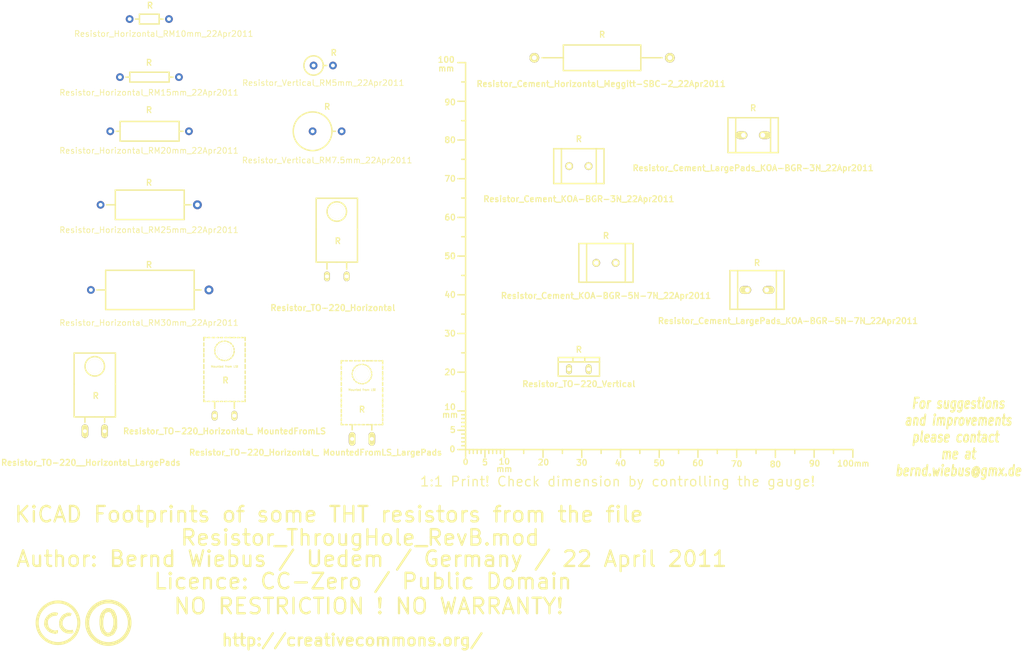
<source format=kicad_pcb>
(kicad_pcb (version 3) (host pcbnew "(2013-03-30 BZR 4007)-stable")

  (general
    (links 0)
    (no_connects 0)
    (area -10.40696 25.33142 276.60494 195.1694)
    (thickness 1.6002)
    (drawings 7)
    (tracks 0)
    (zones 0)
    (modules 20)
    (nets 1)
  )

  (page A4)
  (layers
    (15 Vorderseite signal)
    (0 Rückseite signal)
    (16 B.Adhes user)
    (17 F.Adhes user)
    (18 B.Paste user)
    (19 F.Paste user)
    (20 B.SilkS user)
    (21 F.SilkS user)
    (22 B.Mask user)
    (23 F.Mask user)
    (24 Dwgs.User user)
    (25 Cmts.User user)
    (26 Eco1.User user)
    (27 Eco2.User user)
    (28 Edge.Cuts user)
  )

  (setup
    (last_trace_width 0.2032)
    (trace_clearance 0.254)
    (zone_clearance 0.508)
    (zone_45_only no)
    (trace_min 0.2032)
    (segment_width 0.381)
    (edge_width 0.381)
    (via_size 0.889)
    (via_drill 0.635)
    (via_min_size 0.889)
    (via_min_drill 0.508)
    (uvia_size 0.508)
    (uvia_drill 0.127)
    (uvias_allowed no)
    (uvia_min_size 0.508)
    (uvia_min_drill 0.127)
    (pcb_text_width 0.3048)
    (pcb_text_size 1.524 2.032)
    (mod_edge_width 0.381)
    (mod_text_size 1.524 1.524)
    (mod_text_width 0.3048)
    (pad_size 3.79984 3.79984)
    (pad_drill 3.79984)
    (pad_to_mask_clearance 0.254)
    (aux_axis_origin 0 0)
    (visible_elements 7FFFFFFF)
    (pcbplotparams
      (layerselection 3178497)
      (usegerberextensions true)
      (excludeedgelayer true)
      (linewidth 60)
      (plotframeref false)
      (viasonmask false)
      (mode 1)
      (useauxorigin false)
      (hpglpennumber 1)
      (hpglpenspeed 20)
      (hpglpendiameter 15)
      (hpglpenoverlay 0)
      (psnegative false)
      (psa4output false)
      (plotreference true)
      (plotvalue true)
      (plotothertext true)
      (plotinvisibletext false)
      (padsonsilk false)
      (subtractmaskfromsilk false)
      (outputformat 1)
      (mirror false)
      (drillshape 1)
      (scaleselection 1)
      (outputdirectory ""))
  )

  (net 0 "")

  (net_class Default "Dies ist die voreingestellte Netzklasse."
    (clearance 0.254)
    (trace_width 0.2032)
    (via_dia 0.889)
    (via_drill 0.635)
    (uvia_dia 0.508)
    (uvia_drill 0.127)
    (add_net "")
  )

  (module Gauge_100mm_Type2_SilkScreenTop_RevA_Date22Jun2010 (layer Vorderseite) (tedit 51AE5268) (tstamp 4D88F07A)
    (at 132.75056 141.2494)
    (descr "Gauge, Massstab, 100mm, SilkScreenTop, Type 2,")
    (tags "Gauge, Massstab, 100mm, SilkScreenTop, Type 2,")
    (path Gauge_100mm_Type2_SilkScreenTop_RevA_Date22Jun2010)
    (fp_text reference MSC (at 4.0005 8.99922) (layer F.SilkS) hide
      (effects (font (size 1.524 1.524) (thickness 0.3048)))
    )
    (fp_text value Gauge_100mm_Type2_SilkScreenTop_RevA_Date22Jun2010 (at 45.9994 8.99922) (layer F.SilkS) hide
      (effects (font (size 1.524 1.524) (thickness 0.3048)))
    )
    (fp_text user mm (at 9.99998 5.00126) (layer F.SilkS)
      (effects (font (size 1.524 1.524) (thickness 0.3048)))
    )
    (fp_text user mm (at -4.0005 -8.99922) (layer F.SilkS)
      (effects (font (size 1.524 1.524) (thickness 0.3048)))
    )
    (fp_text user mm (at -5.00126 -98.5012) (layer F.SilkS)
      (effects (font (size 1.524 1.524) (thickness 0.3048)))
    )
    (fp_text user 10 (at 10.00506 3.0988) (layer F.SilkS)
      (effects (font (size 1.50114 1.50114) (thickness 0.29972)))
    )
    (fp_text user 0 (at 0.00508 3.19786) (layer F.SilkS)
      (effects (font (size 1.39954 1.50114) (thickness 0.29972)))
    )
    (fp_text user 5 (at 5.0038 3.29946) (layer F.SilkS)
      (effects (font (size 1.50114 1.50114) (thickness 0.29972)))
    )
    (fp_text user 20 (at 20.1041 3.29946) (layer F.SilkS)
      (effects (font (size 1.50114 1.50114) (thickness 0.29972)))
    )
    (fp_text user 30 (at 30.00502 3.39852) (layer F.SilkS)
      (effects (font (size 1.50114 1.50114) (thickness 0.29972)))
    )
    (fp_text user 40 (at 40.005 3.50012) (layer F.SilkS)
      (effects (font (size 1.50114 1.50114) (thickness 0.29972)))
    )
    (fp_text user 50 (at 50.00498 3.50012) (layer F.SilkS)
      (effects (font (size 1.50114 1.50114) (thickness 0.29972)))
    )
    (fp_text user 60 (at 60.00496 3.50012) (layer F.SilkS)
      (effects (font (size 1.50114 1.50114) (thickness 0.29972)))
    )
    (fp_text user 70 (at 70.00494 3.70078) (layer F.SilkS)
      (effects (font (size 1.50114 1.50114) (thickness 0.29972)))
    )
    (fp_text user 80 (at 80.00492 3.79984) (layer F.SilkS)
      (effects (font (size 1.50114 1.50114) (thickness 0.29972)))
    )
    (fp_text user 90 (at 90.1065 3.60172) (layer F.SilkS)
      (effects (font (size 1.50114 1.50114) (thickness 0.29972)))
    )
    (fp_text user 100mm (at 100.10648 3.60172) (layer F.SilkS)
      (effects (font (size 1.50114 1.50114) (thickness 0.29972)))
    )
    (fp_line (start 0 -8.99922) (end -1.00076 -8.99922) (layer F.SilkS) (width 0.381))
    (fp_line (start 0 -8.001) (end -1.00076 -8.001) (layer F.SilkS) (width 0.381))
    (fp_line (start 0 -7.00024) (end -1.00076 -7.00024) (layer F.SilkS) (width 0.381))
    (fp_line (start 0 -5.99948) (end -1.00076 -5.99948) (layer F.SilkS) (width 0.381))
    (fp_line (start 0 -4.0005) (end -1.00076 -4.0005) (layer F.SilkS) (width 0.381))
    (fp_line (start 0 -2.99974) (end -1.00076 -2.99974) (layer F.SilkS) (width 0.381))
    (fp_line (start 0 -1.99898) (end -1.00076 -1.99898) (layer F.SilkS) (width 0.381))
    (fp_line (start 0 -1.00076) (end -1.00076 -1.00076) (layer F.SilkS) (width 0.381))
    (fp_line (start 0 0) (end -1.99898 0) (layer F.SilkS) (width 0.381))
    (fp_line (start 0 -5.00126) (end -1.99898 -5.00126) (layer F.SilkS) (width 0.381))
    (fp_line (start 0 -9.99998) (end -1.99898 -9.99998) (layer F.SilkS) (width 0.381))
    (fp_line (start 0 -15.00124) (end -1.00076 -15.00124) (layer F.SilkS) (width 0.381))
    (fp_line (start 0 -19.99996) (end -1.99898 -19.99996) (layer F.SilkS) (width 0.381))
    (fp_line (start 0 -25.00122) (end -1.00076 -25.00122) (layer F.SilkS) (width 0.381))
    (fp_line (start 0 -29.99994) (end -1.99898 -29.99994) (layer F.SilkS) (width 0.381))
    (fp_line (start 0 -35.0012) (end -1.00076 -35.0012) (layer F.SilkS) (width 0.381))
    (fp_line (start 0 -39.99992) (end -1.99898 -39.99992) (layer F.SilkS) (width 0.381))
    (fp_line (start 0 -45.00118) (end -1.00076 -45.00118) (layer F.SilkS) (width 0.381))
    (fp_line (start 0 -49.9999) (end -1.99898 -49.9999) (layer F.SilkS) (width 0.381))
    (fp_line (start 0 -55.00116) (end -1.00076 -55.00116) (layer F.SilkS) (width 0.381))
    (fp_line (start 0 -59.99988) (end -1.99898 -59.99988) (layer F.SilkS) (width 0.381))
    (fp_line (start 0 -65.00114) (end -1.00076 -65.00114) (layer F.SilkS) (width 0.381))
    (fp_line (start 0 -69.99986) (end -1.99898 -69.99986) (layer F.SilkS) (width 0.381))
    (fp_line (start 0 -75.00112) (end -1.00076 -75.00112) (layer F.SilkS) (width 0.381))
    (fp_line (start 0 -79.99984) (end -1.99898 -79.99984) (layer F.SilkS) (width 0.381))
    (fp_line (start 0 -85.0011) (end -1.00076 -85.0011) (layer F.SilkS) (width 0.381))
    (fp_line (start 0 -89.99982) (end -1.99898 -89.99982) (layer F.SilkS) (width 0.381))
    (fp_line (start 0 -95.00108) (end -1.00076 -95.00108) (layer F.SilkS) (width 0.381))
    (fp_line (start 0 0) (end 0 -99.9998) (layer F.SilkS) (width 0.381))
    (fp_line (start 0 -99.9998) (end -1.99898 -99.9998) (layer F.SilkS) (width 0.381))
    (fp_text user 100 (at -4.99872 -100.7491) (layer F.SilkS)
      (effects (font (size 1.50114 1.50114) (thickness 0.29972)))
    )
    (fp_text user 90 (at -4.0005 -89.7509) (layer F.SilkS)
      (effects (font (size 1.50114 1.50114) (thickness 0.29972)))
    )
    (fp_text user 80 (at -4.0005 -79.99984) (layer F.SilkS)
      (effects (font (size 1.50114 1.50114) (thickness 0.29972)))
    )
    (fp_text user 70 (at -4.0005 -69.99986) (layer F.SilkS)
      (effects (font (size 1.50114 1.50114) (thickness 0.29972)))
    )
    (fp_text user 60 (at -4.0005 -59.99988) (layer F.SilkS)
      (effects (font (size 1.50114 1.50114) (thickness 0.29972)))
    )
    (fp_text user 50 (at -4.0005 -49.9999) (layer F.SilkS)
      (effects (font (size 1.50114 1.50114) (thickness 0.34036)))
    )
    (fp_text user 40 (at -4.0005 -39.99992) (layer F.SilkS)
      (effects (font (size 1.50114 1.50114) (thickness 0.29972)))
    )
    (fp_text user 30 (at -4.0005 -29.99994) (layer F.SilkS)
      (effects (font (size 1.50114 1.50114) (thickness 0.29972)))
    )
    (fp_text user 20 (at -4.0005 -19.99996) (layer F.SilkS)
      (effects (font (size 1.50114 1.50114) (thickness 0.29972)))
    )
    (fp_line (start 95.00108 0) (end 95.00108 1.00076) (layer F.SilkS) (width 0.381))
    (fp_line (start 89.99982 0) (end 89.99982 1.99898) (layer F.SilkS) (width 0.381))
    (fp_line (start 85.0011 0) (end 85.0011 1.00076) (layer F.SilkS) (width 0.381))
    (fp_line (start 79.99984 0) (end 79.99984 1.99898) (layer F.SilkS) (width 0.381))
    (fp_line (start 75.00112 0) (end 75.00112 1.00076) (layer F.SilkS) (width 0.381))
    (fp_line (start 69.99986 0) (end 69.99986 1.99898) (layer F.SilkS) (width 0.381))
    (fp_line (start 65.00114 0) (end 65.00114 1.00076) (layer F.SilkS) (width 0.381))
    (fp_line (start 59.99988 0) (end 59.99988 1.99898) (layer F.SilkS) (width 0.381))
    (fp_line (start 55.00116 0) (end 55.00116 1.00076) (layer F.SilkS) (width 0.381))
    (fp_line (start 49.9999 0) (end 49.9999 1.99898) (layer F.SilkS) (width 0.381))
    (fp_line (start 45.00118 0) (end 45.00118 1.00076) (layer F.SilkS) (width 0.381))
    (fp_line (start 39.99992 0) (end 39.99992 1.99898) (layer F.SilkS) (width 0.381))
    (fp_line (start 35.0012 0) (end 35.0012 1.00076) (layer F.SilkS) (width 0.381))
    (fp_line (start 29.99994 0) (end 29.99994 1.99898) (layer F.SilkS) (width 0.381))
    (fp_line (start 25.00122 0) (end 25.00122 1.00076) (layer F.SilkS) (width 0.381))
    (fp_line (start 19.99996 0) (end 19.99996 1.99898) (layer F.SilkS) (width 0.381))
    (fp_line (start 15.00124 0) (end 15.00124 1.00076) (layer F.SilkS) (width 0.381))
    (fp_line (start 9.99998 0) (end 99.9998 0) (layer F.SilkS) (width 0.381))
    (fp_line (start 99.9998 0) (end 99.9998 1.99898) (layer F.SilkS) (width 0.381))
    (fp_text user 5 (at -3.302 -5.10286) (layer F.SilkS)
      (effects (font (size 1.50114 1.50114) (thickness 0.29972)))
    )
    (fp_text user 0 (at -3.4036 -0.10414) (layer F.SilkS)
      (effects (font (size 1.50114 1.50114) (thickness 0.29972)))
    )
    (fp_text user 10 (at -4.0005 -11.00074) (layer F.SilkS)
      (effects (font (size 1.50114 1.50114) (thickness 0.29972)))
    )
    (fp_line (start 8.99922 0) (end 8.99922 1.00076) (layer F.SilkS) (width 0.381))
    (fp_line (start 8.001 0) (end 8.001 1.00076) (layer F.SilkS) (width 0.381))
    (fp_line (start 7.00024 0) (end 7.00024 1.00076) (layer F.SilkS) (width 0.381))
    (fp_line (start 5.99948 0) (end 5.99948 1.00076) (layer F.SilkS) (width 0.381))
    (fp_line (start 4.0005 0) (end 4.0005 1.00076) (layer F.SilkS) (width 0.381))
    (fp_line (start 2.99974 0) (end 2.99974 1.00076) (layer F.SilkS) (width 0.381))
    (fp_line (start 1.99898 0) (end 1.99898 1.00076) (layer F.SilkS) (width 0.381))
    (fp_line (start 1.00076 0) (end 1.00076 1.00076) (layer F.SilkS) (width 0.381))
    (fp_line (start 5.00126 0) (end 5.00126 1.99898) (layer F.SilkS) (width 0.381))
    (fp_line (start 0 0) (end 0 1.99898) (layer F.SilkS) (width 0.381))
    (fp_line (start 0 0) (end 9.99998 0) (layer F.SilkS) (width 0.381))
    (fp_line (start 9.99998 0) (end 9.99998 1.99898) (layer F.SilkS) (width 0.381))
  )

  (module Resistor_Horizontal_RM10mm_22Apr2011 (layer Vorderseite) (tedit 4DB18E93) (tstamp 4DB18AF0)
    (at 51.00066 29.99994)
    (descr "Resistor, Axial,  RM 10mm, 1/3W,")
    (tags "Resistor, Axial, RM 10mm, 1/3W,")
    (path Resistor_Horizontal_RM10mm_22Apr2011)
    (fp_text reference R (at 0.24892 -3.50012) (layer F.SilkS)
      (effects (font (size 1.524 1.524) (thickness 0.3048)))
    )
    (fp_text value Resistor_Horizontal_RM10mm_22Apr2011 (at 3.81 3.81) (layer F.SilkS)
      (effects (font (size 1.50114 1.50114) (thickness 0.20066)))
    )
    (fp_line (start -2.46126 0) (end -3.47726 0) (layer F.SilkS) (width 0.381))
    (fp_line (start 2.61874 0) (end 3.63474 0) (layer F.SilkS) (width 0.381))
    (fp_line (start -2.46126 -1.27) (end 2.61874 -1.27) (layer F.SilkS) (width 0.381))
    (fp_line (start 2.61874 -1.27) (end 2.61874 1.27) (layer F.SilkS) (width 0.381))
    (fp_line (start 2.61874 1.27) (end -2.46126 1.27) (layer F.SilkS) (width 0.381))
    (fp_line (start -2.46126 1.27) (end -2.46126 -1.27) (layer F.SilkS) (width 0.381))
    (pad 1 thru_hole circle (at -5.00126 0) (size 1.99898 1.99898) (drill 1.00076)
      (layers *.Cu)
    )
    (pad 2 thru_hole circle (at 5.15874 0) (size 1.99898 1.99898) (drill 1.00076)
      (layers *.Cu)
    )
  )

  (module Resistor_Horizontal_RM15mm_22Apr2011 (layer Vorderseite) (tedit 4DB18EA3) (tstamp 4DB18AF9)
    (at 51.00066 45.00118)
    (descr "Resistor, Axial, RM 15mm,")
    (tags "Resistor, Axial, RM 15mm,")
    (path Resistor_Horizontal_RM15mm_22Apr2011)
    (fp_text reference R (at 0 -3.74904) (layer F.SilkS)
      (effects (font (size 1.524 1.524) (thickness 0.3048)))
    )
    (fp_text value Resistor_Horizontal_RM15mm_22Apr2011 (at 0 4.0005) (layer F.SilkS)
      (effects (font (size 1.50114 1.50114) (thickness 0.20066)))
    )
    (fp_line (start -4.96062 0) (end -5.97662 0) (layer F.SilkS) (width 0.381))
    (fp_line (start 5.19938 0) (end 6.21538 0) (layer F.SilkS) (width 0.381))
    (fp_line (start -4.96062 -1.27) (end 5.19938 -1.27) (layer F.SilkS) (width 0.381))
    (fp_line (start 5.19938 -1.27) (end 5.19938 1.27) (layer F.SilkS) (width 0.381))
    (fp_line (start 5.19938 1.27) (end -4.96062 1.27) (layer F.SilkS) (width 0.381))
    (fp_line (start -4.96062 1.27) (end -4.96062 -1.27) (layer F.SilkS) (width 0.381))
    (pad 1 thru_hole circle (at -7.50062 0) (size 1.99898 1.99898) (drill 1.00076)
      (layers *.Cu)
    )
    (pad 2 thru_hole circle (at 7.73938 0) (size 1.99898 1.99898) (drill 1.00076)
      (layers *.Cu)
    )
  )

  (module Resistor_Horizontal_RM30mm_22Apr2011 (layer Vorderseite) (tedit 4DB18EE6) (tstamp 4DB18B0F)
    (at 51.00066 99.9998)
    (descr "Resistor, Axial, RM 30mm,")
    (tags "Resistor, Axial, RM 30mm,")
    (path Resistor_Horizontal_RM30mm_22Apr2011)
    (fp_text reference R (at 0 -6.49986) (layer F.SilkS)
      (effects (font (size 1.524 1.524) (thickness 0.3048)))
    )
    (fp_text value Resistor_Horizontal_RM30mm_22Apr2011 (at 0 8.49884) (layer F.SilkS)
      (effects (font (size 1.50114 1.50114) (thickness 0.20066)))
    )
    (fp_line (start -11.44524 0) (end -13.47724 0) (layer F.SilkS) (width 0.381))
    (fp_line (start 11.92276 0) (end 13.44676 0) (layer F.SilkS) (width 0.381))
    (fp_line (start -11.19124 -5.08) (end 11.66876 -5.08) (layer F.SilkS) (width 0.381))
    (fp_line (start 11.66876 -5.08) (end 11.66876 5.08) (layer F.SilkS) (width 0.381))
    (fp_line (start 11.66876 5.08) (end -11.19124 5.08) (layer F.SilkS) (width 0.381))
    (fp_line (start -11.19124 5.08) (end -11.19124 -5.08) (layer F.SilkS) (width 0.381))
    (pad 1 thru_hole circle (at -15.00124 0) (size 1.99898 1.99898) (drill 1.00076)
      (layers *.Cu)
    )
    (pad 2 thru_hole circle (at 15.47876 0) (size 2.30124 2.30124) (drill 1.19888)
      (layers *.Cu)
    )
  )

  (module Resistor_Horizontal_RM25mm_22Apr2011 (layer Vorderseite) (tedit 4DB18ED4) (tstamp 4DB18B1C)
    (at 51.00066 78.00086)
    (descr "Resistor, Axial, RM 25mm,")
    (tags "Resistor, Axial, RM 25mm,")
    (path Resistor_Horizontal_RM25mm_22Apr2011)
    (fp_text reference R (at 0 -5.75056) (layer F.SilkS)
      (effects (font (size 1.524 1.524) (thickness 0.3048)))
    )
    (fp_text value Resistor_Horizontal_RM25mm_22Apr2011 (at 0 6.49986) (layer F.SilkS)
      (effects (font (size 1.50114 1.50114) (thickness 0.20066)))
    )
    (fp_line (start -8.94334 0) (end -10.97534 0) (layer F.SilkS) (width 0.381))
    (fp_line (start 9.34466 0) (end 10.86866 0) (layer F.SilkS) (width 0.381))
    (fp_line (start -8.68934 -3.81) (end -8.68934 3.81) (layer F.SilkS) (width 0.381))
    (fp_line (start -8.68934 3.81) (end 9.09066 3.81) (layer F.SilkS) (width 0.381))
    (fp_line (start 9.09066 3.81) (end 9.09066 -3.81) (layer F.SilkS) (width 0.381))
    (fp_line (start 9.09066 -3.81) (end -8.68934 -3.81) (layer F.SilkS) (width 0.381))
    (pad 1 thru_hole circle (at -12.49934 0) (size 1.99898 1.99898) (drill 1.00076)
      (layers *.Cu)
    )
    (pad 2 thru_hole circle (at 12.49934 0) (size 2.30124 2.30124) (drill 1.19888)
      (layers *.Cu)
    )
  )

  (module Resistor_Horizontal_RM20mm_22Apr2011 (layer Vorderseite) (tedit 4DB18EBC) (tstamp 4DB18B56)
    (at 51.00066 58.99912)
    (descr "Resistor, Axial, RM 20mm,")
    (tags "Resistor, Axial, RM 20mm,")
    (path Resistor_Horizontal_RM20mm_22Apr2011)
    (fp_text reference R (at 0 -5.4991) (layer F.SilkS)
      (effects (font (size 1.524 1.524) (thickness 0.3048)))
    )
    (fp_text value Resistor_Horizontal_RM20mm_22Apr2011 (at 0 5.00126) (layer F.SilkS)
      (effects (font (size 1.50114 1.50114) (thickness 0.20066)))
    )
    (fp_line (start -7.45998 0) (end -8.47598 0) (layer F.SilkS) (width 0.381))
    (fp_line (start 7.78002 0) (end 8.79602 0) (layer F.SilkS) (width 0.381))
    (fp_line (start -7.45998 -1.27) (end -7.45998 -2.54) (layer F.SilkS) (width 0.381))
    (fp_line (start -7.45998 -2.54) (end 7.78002 -2.54) (layer F.SilkS) (width 0.381))
    (fp_line (start 7.78002 -2.54) (end 7.78002 2.54) (layer F.SilkS) (width 0.381))
    (fp_line (start 7.78002 2.54) (end -7.45998 2.54) (layer F.SilkS) (width 0.381))
    (fp_line (start -7.45998 2.54) (end -7.45998 -1.27) (layer F.SilkS) (width 0.381))
    (pad 1 thru_hole circle (at -9.99998 0) (size 1.99898 1.99898) (drill 1.00076)
      (layers *.Cu)
    )
    (pad 2 thru_hole circle (at 10.32002 0) (size 1.99898 1.99898) (drill 1.00076)
      (layers *.Cu)
    )
  )

  (module Resistor_TO-220_Vertical (layer Vorderseite) (tedit 4DB19332) (tstamp 4DB18B8E)
    (at 162 120.5)
    (descr "Resistor, TO-220, Vertical,")
    (tags "Resistor, TO-220, Vertical,")
    (path Resistor_TO-220_Vertical)
    (fp_text reference R (at 0 -5.08) (layer F.SilkS)
      (effects (font (size 1.524 1.524) (thickness 0.3048)))
    )
    (fp_text value Resistor_TO-220_Vertical (at 0 3.81) (layer F.SilkS)
      (effects (font (size 1.524 1.524) (thickness 0.3048)))
    )
    (fp_line (start -1.524 -3.048) (end -1.524 -1.905) (layer F.SilkS) (width 0.381))
    (fp_line (start 1.524 -3.048) (end 1.524 -1.905) (layer F.SilkS) (width 0.381))
    (fp_line (start 5.334 -1.905) (end 5.334 1.778) (layer F.SilkS) (width 0.381))
    (fp_line (start 5.334 1.778) (end -5.334 1.778) (layer F.SilkS) (width 0.381))
    (fp_line (start -5.334 1.778) (end -5.334 -1.905) (layer F.SilkS) (width 0.381))
    (fp_line (start 5.334 -3.048) (end 5.334 -1.905) (layer F.SilkS) (width 0.381))
    (fp_line (start 5.334 -1.905) (end -5.334 -1.905) (layer F.SilkS) (width 0.381))
    (fp_line (start -5.334 -1.905) (end -5.334 -3.048) (layer F.SilkS) (width 0.381))
    (fp_line (start 0 -3.048) (end -5.334 -3.048) (layer F.SilkS) (width 0.381))
    (fp_line (start 0 -3.048) (end 5.334 -3.048) (layer F.SilkS) (width 0.381))
    (pad 1 thru_hole oval (at -2.54 0 90) (size 2.49936 1.50114) (drill 1.00076)
      (layers *.Cu *.Mask F.SilkS)
    )
    (pad 2 thru_hole oval (at 2.54 0 90) (size 2.49936 1.50114) (drill 1.00076)
      (layers *.Cu *.Mask F.SilkS)
    )
  )

  (module Resistor_Vertical_RM7.5mm_22Apr2011 (layer Vorderseite) (tedit 4DB18F17) (tstamp 4DB18BA2)
    (at 97.00006 58.99912)
    (descr "Resistor, Vertical, RM 7.5mm,")
    (tags "Resistor, Vertical, RM 7.5mm,")
    (path Resistor_Vertical_RM7.5mm_22Apr2011)
    (fp_text reference R (at 0 -6.35) (layer F.SilkS)
      (effects (font (size 1.524 1.524) (thickness 0.3048)))
    )
    (fp_text value Resistor_Vertical_RM7.5mm_22Apr2011 (at 0 7.50062) (layer F.SilkS)
      (effects (font (size 1.50114 1.50114) (thickness 0.20066)))
    )
    (fp_line (start 1.25222 0) (end 2.15138 0) (layer F.SilkS) (width 0.381))
    (fp_circle (center -3.74904 0) (end 1.25222 0) (layer F.SilkS) (width 0.381))
    (pad 1 thru_hole circle (at -3.74904 0) (size 1.99898 1.99898) (drill 1.00076)
      (layers *.Cu)
    )
    (pad 2 thru_hole circle (at 3.75158 0) (size 1.99898 1.99898) (drill 1.00076)
      (layers *.Cu)
    )
  )

  (module Resistor_Vertical_RM5mm_22Apr2011 (layer Vorderseite) (tedit 4DB18F04) (tstamp 4DB18EF6)
    (at 95.9993 41.9989)
    (descr "Resistor, Vertical, RM 5mm, 1/3W,")
    (tags "Resistor, Vertical, RM 5mm, 1/3W,")
    (path Resistor_Vertical_RM5mm_22Apr2011)
    (fp_text reference R (at 2.70002 -3.29946) (layer F.SilkS)
      (effects (font (size 1.524 1.524) (thickness 0.3048)))
    )
    (fp_text value Resistor_Vertical_RM5mm_22Apr2011 (at 0 4.50088) (layer F.SilkS)
      (effects (font (size 1.50114 1.50114) (thickness 0.20066)))
    )
    (fp_line (start -0.09906 0) (end 0.9017 0) (layer F.SilkS) (width 0.381))
    (fp_circle (center -2.49936 0) (end 0 0) (layer F.SilkS) (width 0.381))
    (pad 1 thru_hole circle (at -2.49936 0) (size 1.99898 1.99898) (drill 1.00076)
      (layers *.Cu)
    )
    (pad 2 thru_hole circle (at 2.5019 0) (size 1.99898 1.99898) (drill 1.00076)
      (layers *.Cu)
    )
  )

  (module Resistor_Cement_KOA-BGR-3N_22Apr2011 (layer Vorderseite) (tedit 4DB192A5) (tstamp 4DB18BDC)
    (at 162.0012 68.00088)
    (descr "Resistor, Cement, Vertical, 3W, Meggitt, KOA, BSR, BGR, BWR, 3N,")
    (tags "Resistor, Cement, Vertical, 3W, Meggitt, KOA, BSR, BGR, BWR, 3N,")
    (path Resistor_Cement_Vertical_KOA-BGR-5N-7N_22Apr2011)
    (fp_text reference R (at 0 -7.00024) (layer F.SilkS)
      (effects (font (size 1.524 1.524) (thickness 0.3048)))
    )
    (fp_text value Resistor_Cement_KOA-BGR-3N_22Apr2011 (at 0 8.49884) (layer F.SilkS)
      (effects (font (size 1.524 1.524) (thickness 0.3048)))
    )
    (fp_line (start -4.50088 -4.50088) (end -4.50088 4.50088) (layer F.SilkS) (width 0.381))
    (fp_line (start 4.50088 -4.50088) (end 4.50088 4.50088) (layer F.SilkS) (width 0.381))
    (fp_line (start 6.49986 -4.50088) (end -6.49986 -4.50088) (layer F.SilkS) (width 0.381))
    (fp_line (start -6.49986 -4.50088) (end -6.49986 4.50088) (layer F.SilkS) (width 0.381))
    (fp_line (start -6.49986 4.50088) (end 6.49986 4.50088) (layer F.SilkS) (width 0.381))
    (fp_line (start 6.49986 4.50088) (end 6.49986 -4.50088) (layer F.SilkS) (width 0.381))
    (pad 1 thru_hole circle (at -2.49936 0) (size 1.99898 1.99898) (drill 1.19888)
      (layers *.Cu *.Mask F.SilkS)
    )
    (pad 2 thru_hole circle (at 2.49936 0) (size 1.99898 1.99898) (drill 1.19888)
      (layers *.Cu *.Mask F.SilkS)
    )
  )

  (module Resistor_Cement_LargePads_KOA-BGR-3N_22Apr2011 (layer Vorderseite) (tedit 4DB1927C) (tstamp 4DB18BE5)
    (at 206.99984 59.99988)
    (descr "Resistor, Cement, Vertical, Large Pads, 3W, Meggitt, KOA, BSR, BGR, BWR, 3N,")
    (tags "Resistor, Cement, Vertical, Large Pads, 3W, Meggitt, KOA, BSR, BGR, BWR, 3N,")
    (path Resistor_Cement_Vertical_KOA-BGR-5N-7N_22Apr2011)
    (fp_text reference R (at 0 -7.00024) (layer F.SilkS)
      (effects (font (size 1.524 1.524) (thickness 0.3048)))
    )
    (fp_text value Resistor_Cement_LargePads_KOA-BGR-3N_22Apr2011 (at 0 8.49884) (layer F.SilkS)
      (effects (font (size 1.524 1.524) (thickness 0.3048)))
    )
    (fp_line (start -4.50088 -4.50088) (end -4.50088 4.50088) (layer F.SilkS) (width 0.381))
    (fp_line (start 4.50088 -4.50088) (end 4.50088 4.50088) (layer F.SilkS) (width 0.381))
    (fp_line (start 6.49986 -4.50088) (end -6.49986 -4.50088) (layer F.SilkS) (width 0.381))
    (fp_line (start -6.49986 -4.50088) (end -6.49986 4.50088) (layer F.SilkS) (width 0.381))
    (fp_line (start -6.49986 4.50088) (end 6.49986 4.50088) (layer F.SilkS) (width 0.381))
    (fp_line (start 6.49986 4.50088) (end 6.49986 -4.50088) (layer F.SilkS) (width 0.381))
    (pad 1 thru_hole oval (at -2.49936 0) (size 2.99974 1.99898) (drill 1.19888 (offset -0.50038 0))
      (layers *.Cu *.Mask F.SilkS)
    )
    (pad 2 thru_hole oval (at 2.49936 0 180) (size 2.99974 1.99898) (drill 1.19888 (offset -0.50038 0))
      (layers *.Cu *.Mask F.SilkS)
    )
  )

  (module Resistor_Cement_Vertical_LargePads_KOA-BGR-5N-7N_22Apr2011 (layer Vorderseite) (tedit 4DB19397) (tstamp 4DB18C06)
    (at 208.0006 99.9998)
    (descr "Resistor, Cement, Vertical, LargePads, 5W, 7W, Meggitt, KOA, BSR, BGR, BWR, 5N, 7N,")
    (tags "Resistor, Cement, Vertical, 5W, 7W, Meggitt, KOA, BSR, LargePads, BGR, BWR, 5N, 7N,")
    (path Resistor_Cement_Vertical_KOA-BGR-5N-7N_22Apr2011)
    (fp_text reference R (at 0 -7.00024) (layer F.SilkS)
      (effects (font (size 1.524 1.524) (thickness 0.3048)))
    )
    (fp_text value Resistor_Cement_LargePads_KOA-BGR-5N-7N_22Apr2011 (at 7.99846 8.001) (layer F.SilkS)
      (effects (font (size 1.524 1.524) (thickness 0.3048)))
    )
    (fp_line (start -5.00126 -5.00126) (end -5.00126 5.00126) (layer F.SilkS) (width 0.381))
    (fp_line (start 5.00126 -5.00126) (end 5.00126 5.00126) (layer F.SilkS) (width 0.381))
    (fp_line (start 7.00024 -5.00126) (end -7.00024 -5.00126) (layer F.SilkS) (width 0.381))
    (fp_line (start -7.00024 -5.00126) (end -7.00024 5.00126) (layer F.SilkS) (width 0.381))
    (fp_line (start -7.00024 5.00126) (end 7.00024 5.00126) (layer F.SilkS) (width 0.381))
    (fp_line (start 7.00024 5.00126) (end 7.00024 -5.00126) (layer F.SilkS) (width 0.381))
    (pad 1 thru_hole oval (at -2.49936 0) (size 2.99974 1.99898) (drill 1.19888 (offset -0.50038 0))
      (layers *.Cu *.Mask F.SilkS)
    )
    (pad 2 thru_hole oval (at 2.49936 0 180) (size 2.99974 1.99898) (drill 1.19888 (offset -0.50038 0))
      (layers *.Cu *.Mask F.SilkS)
    )
  )

  (module Resistor_Cement_Vertical_KOA-BGR-5N-7N_22Apr2011 (layer Vorderseite) (tedit 4DB192AF) (tstamp 4DB18C85)
    (at 168.9989 92.99956)
    (descr "Resistor, Cement, Vertical, 5W, 7W, Meggitt, KOA, BSR, BGR, BWR, 5N, 7N,")
    (tags "Resistor, Cement, Vertical, 5W, 7W, Meggitt, KOA, BSR, BGR, BWR, 5N, 7N,")
    (path Resistor_Cement_Vertical_KOA-BGR-5N-7N_22Apr2011)
    (fp_text reference R (at 0 -7.00024) (layer F.SilkS)
      (effects (font (size 1.524 1.524) (thickness 0.3048)))
    )
    (fp_text value Resistor_Cement_KOA-BGR-5N-7N_22Apr2011 (at 0 8.49884) (layer F.SilkS)
      (effects (font (size 1.524 1.524) (thickness 0.3048)))
    )
    (fp_line (start -5.00126 -5.00126) (end -5.00126 5.00126) (layer F.SilkS) (width 0.381))
    (fp_line (start 5.00126 -5.00126) (end 5.00126 5.00126) (layer F.SilkS) (width 0.381))
    (fp_line (start 7.00024 -5.00126) (end -7.00024 -5.00126) (layer F.SilkS) (width 0.381))
    (fp_line (start -7.00024 -5.00126) (end -7.00024 5.00126) (layer F.SilkS) (width 0.381))
    (fp_line (start -7.00024 5.00126) (end 7.00024 5.00126) (layer F.SilkS) (width 0.381))
    (fp_line (start 7.00024 5.00126) (end 7.00024 -5.00126) (layer F.SilkS) (width 0.381))
    (pad 1 thru_hole circle (at -2.49936 0) (size 1.99898 1.99898) (drill 1.19888)
      (layers *.Cu *.Mask F.SilkS)
    )
    (pad 2 thru_hole circle (at 2.49936 0) (size 1.99898 1.99898) (drill 1.19888)
      (layers *.Cu *.Mask F.SilkS)
    )
  )

  (module Resistor_Cement_Horizontal_Meggitt-SBC-2_22Apr2011 (layer Vorderseite) (tedit 4DB191FF) (tstamp 4DB1921E)
    (at 168.00068 39.99992)
    (descr "Resistor, Cement, Horizontal, Meggit, SBC, SBC-2,")
    (tags "Resistor, Cement, Horizontal, Meggit, SBC, SBC-2,")
    (path Resistor_Cement_Horizontal_Meggitt-SBC-2_22Apr2011)
    (fp_text reference R (at 0 -5.99948) (layer F.SilkS)
      (effects (font (size 1.524 1.524) (thickness 0.3048)))
    )
    (fp_text value Resistor_Cement_Horizontal_Meggitt-SBC-2_22Apr2011 (at -0.24892 6.74878) (layer F.SilkS)
      (effects (font (size 1.524 1.524) (thickness 0.3048)))
    )
    (fp_line (start -9.99998 0) (end -15.49908 0) (layer F.SilkS) (width 0.381))
    (fp_line (start 9.99998 0) (end 15.49908 0) (layer F.SilkS) (width 0.381))
    (fp_line (start 9.99998 0) (end 9.99998 -3.29946) (layer F.SilkS) (width 0.381))
    (fp_line (start 9.99998 -3.29946) (end -9.99998 -3.29946) (layer F.SilkS) (width 0.381))
    (fp_line (start -9.99998 -3.29946) (end -9.99998 3.29946) (layer F.SilkS) (width 0.381))
    (fp_line (start -9.99998 3.29946) (end 9.99998 3.29946) (layer F.SilkS) (width 0.381))
    (fp_line (start 9.99998 3.29946) (end 9.99998 0) (layer F.SilkS) (width 0.381))
    (pad 1 thru_hole circle (at -17.5006 0 180) (size 2.49936 2.49936) (drill 1.19888)
      (layers *.Cu *.Mask F.SilkS)
    )
    (pad 2 thru_hole circle (at 17.5006 0 180) (size 2.49936 2.49936) (drill 1.19888)
      (layers *.Cu *.Mask F.SilkS)
    )
  )

  (module Symbol_CC-PublicDomain_SilkScreenTop_Big (layer Vorderseite) (tedit 515D641F) (tstamp 515F0B64)
    (at 40.5 186)
    (descr "Symbol, CC-PublicDomain, SilkScreen Top, Big,")
    (tags "Symbol, CC-PublicDomain, SilkScreen Top, Big,")
    (path Symbol_CC-Noncommercial_CopperTop_Big)
    (fp_text reference Sym (at 0.59944 -7.29996) (layer F.SilkS) hide
      (effects (font (size 1.524 1.524) (thickness 0.3048)))
    )
    (fp_text value Symbol_CC-PublicDomain_SilkScreenTop_Big (at 0.59944 8.001) (layer F.SilkS) hide
      (effects (font (size 1.524 1.524) (thickness 0.3048)))
    )
    (fp_circle (center 0 0) (end 5.8 -0.05) (layer F.SilkS) (width 0.381))
    (fp_circle (center 0 0) (end 5.5 0) (layer F.SilkS) (width 0.381))
    (fp_circle (center 0.05 0) (end 5.25 0) (layer F.SilkS) (width 0.381))
    (fp_line (start 1.1 -2.5) (end 1.4 -1.9) (layer F.SilkS) (width 0.381))
    (fp_line (start -1.8 1.2) (end -1.6 1.9) (layer F.SilkS) (width 0.381))
    (fp_line (start -1.6 1.9) (end -1.2 2.5) (layer F.SilkS) (width 0.381))
    (fp_line (start 0 -3) (end 0.75 -2.75) (layer F.SilkS) (width 0.381))
    (fp_line (start 0.75 -2.75) (end 1 -2.25) (layer F.SilkS) (width 0.381))
    (fp_line (start 1 -2.25) (end 1.5 -1) (layer F.SilkS) (width 0.381))
    (fp_line (start 1.5 -1) (end 1.5 -0.5) (layer F.SilkS) (width 0.381))
    (fp_line (start 1.5 -0.5) (end 1.5 0.5) (layer F.SilkS) (width 0.381))
    (fp_line (start 1.5 0.5) (end 1.25 1.5) (layer F.SilkS) (width 0.381))
    (fp_line (start 1.25 1.5) (end 0.75 2.5) (layer F.SilkS) (width 0.381))
    (fp_line (start 0.75 2.5) (end 0.25 2.75) (layer F.SilkS) (width 0.381))
    (fp_line (start 0.25 2.75) (end -0.25 2.75) (layer F.SilkS) (width 0.381))
    (fp_line (start -0.25 2.75) (end -0.75 2.5) (layer F.SilkS) (width 0.381))
    (fp_line (start -0.75 2.5) (end -1.25 1.75) (layer F.SilkS) (width 0.381))
    (fp_line (start -1.25 1.75) (end -1.5 0.75) (layer F.SilkS) (width 0.381))
    (fp_line (start -1.5 0.75) (end -1.5 -0.75) (layer F.SilkS) (width 0.381))
    (fp_line (start -1.5 -0.75) (end -1.25 -1.75) (layer F.SilkS) (width 0.381))
    (fp_line (start -1.25 -1.75) (end -1 -2.5) (layer F.SilkS) (width 0.381))
    (fp_line (start -1 -2.5) (end -0.3 -2.9) (layer F.SilkS) (width 0.381))
    (fp_line (start -0.3 -2.9) (end 0.2 -3) (layer F.SilkS) (width 0.381))
    (fp_line (start 0.2 -3) (end 0.8 -3) (layer F.SilkS) (width 0.381))
    (fp_line (start 0.8 -3) (end 1.4 -2.3) (layer F.SilkS) (width 0.381))
    (fp_line (start 1.4 -2.3) (end 1.6 -1.4) (layer F.SilkS) (width 0.381))
    (fp_line (start 1.6 -1.4) (end 1.7 -0.3) (layer F.SilkS) (width 0.381))
    (fp_line (start 1.7 -0.3) (end 1.7 0.9) (layer F.SilkS) (width 0.381))
    (fp_line (start 1.7 0.9) (end 1.4 1.8) (layer F.SilkS) (width 0.381))
    (fp_line (start 1.4 1.8) (end 1 2.7) (layer F.SilkS) (width 0.381))
    (fp_line (start 1 2.7) (end 0.5 3) (layer F.SilkS) (width 0.381))
    (fp_line (start 0.5 3) (end -0.4 3) (layer F.SilkS) (width 0.381))
    (fp_line (start -0.4 3) (end -1.3 2.3) (layer F.SilkS) (width 0.381))
    (fp_line (start -1.3 2.3) (end -1.7 1) (layer F.SilkS) (width 0.381))
    (fp_line (start -1.7 1) (end -1.8 -0.7) (layer F.SilkS) (width 0.381))
    (fp_line (start -1.8 -0.7) (end -1.4 -2.2) (layer F.SilkS) (width 0.381))
    (fp_line (start -1.4 -2.2) (end -1 -2.9) (layer F.SilkS) (width 0.381))
    (fp_line (start -1 -2.9) (end -0.2 -3.3) (layer F.SilkS) (width 0.381))
    (fp_line (start -0.2 -3.3) (end 0.7 -3.2) (layer F.SilkS) (width 0.381))
    (fp_line (start 0.7 -3.2) (end 1.3 -3.1) (layer F.SilkS) (width 0.381))
    (fp_line (start 1.3 -3.1) (end 1.7 -2.4) (layer F.SilkS) (width 0.381))
    (fp_line (start 1.7 -2.4) (end 2 -1.6) (layer F.SilkS) (width 0.381))
    (fp_line (start 2 -1.6) (end 2.1 -0.6) (layer F.SilkS) (width 0.381))
    (fp_line (start 2.1 -0.6) (end 2.1 0.3) (layer F.SilkS) (width 0.381))
    (fp_line (start 2.1 0.3) (end 2.1 1.3) (layer F.SilkS) (width 0.381))
    (fp_line (start 2.1 1.3) (end 1.9 1.8) (layer F.SilkS) (width 0.381))
    (fp_line (start 1.9 1.8) (end 1.5 2.6) (layer F.SilkS) (width 0.381))
    (fp_line (start 1.5 2.6) (end 1.1 3) (layer F.SilkS) (width 0.381))
    (fp_line (start 1.1 3) (end 0.4 3.3) (layer F.SilkS) (width 0.381))
    (fp_line (start 0.4 3.3) (end -0.1 3.4) (layer F.SilkS) (width 0.381))
    (fp_line (start -0.1 3.4) (end -0.8 3.2) (layer F.SilkS) (width 0.381))
    (fp_line (start -0.8 3.2) (end -1.5 2.6) (layer F.SilkS) (width 0.381))
    (fp_line (start -1.5 2.6) (end -1.9 1.7) (layer F.SilkS) (width 0.381))
    (fp_line (start -1.9 1.7) (end -2.1 0.4) (layer F.SilkS) (width 0.381))
    (fp_line (start -2.1 0.4) (end -2.1 -0.6) (layer F.SilkS) (width 0.381))
    (fp_line (start -2.1 -0.6) (end -2 -1.6) (layer F.SilkS) (width 0.381))
    (fp_line (start -2 -1.6) (end -1.7 -2.4) (layer F.SilkS) (width 0.381))
    (fp_line (start -1.7 -2.4) (end -1.2 -3.1) (layer F.SilkS) (width 0.381))
    (fp_line (start -1.2 -3.1) (end -0.4 -3.6) (layer F.SilkS) (width 0.381))
    (fp_line (start -0.4 -3.6) (end 0.4 -3.6) (layer F.SilkS) (width 0.381))
    (fp_line (start 0.4 -3.6) (end 1.1 -3.2) (layer F.SilkS) (width 0.381))
    (fp_line (start 1.1 -3.2) (end 1.1 -2.9) (layer F.SilkS) (width 0.381))
    (fp_line (start 1.1 -2.9) (end 1.8 -1.5) (layer F.SilkS) (width 0.381))
    (fp_line (start 1.8 -1.5) (end 1.8 -0.4) (layer F.SilkS) (width 0.381))
    (fp_line (start 1.8 -0.4) (end 1.8 1.1) (layer F.SilkS) (width 0.381))
    (fp_line (start 1.8 1.1) (end 1.2 2.6) (layer F.SilkS) (width 0.381))
    (fp_line (start 1.2 2.6) (end 0.2 3.2) (layer F.SilkS) (width 0.381))
    (fp_line (start 0.2 3.2) (end -0.5 3.2) (layer F.SilkS) (width 0.381))
    (fp_line (start -0.5 3.2) (end -1.1 2.7) (layer F.SilkS) (width 0.381))
    (fp_line (start -1.1 2.7) (end -1.9 0.6) (layer F.SilkS) (width 0.381))
    (fp_line (start -1.9 0.6) (end -1.7 -1.9) (layer F.SilkS) (width 0.381))
  )

  (module Symbol_CreativeCommons_SilkScreenTop_Type2_Big (layer Vorderseite) (tedit 515D640C) (tstamp 515D6AF0)
    (at 27.5 186)
    (descr "Symbol, Creative Commons, SilkScreen Top, Type 2, Big,")
    (tags "Symbol, Creative Commons, SilkScreen Top, Type 2, Big,")
    (path Symbol_CreativeCommons_CopperTop_Type2_Big)
    (fp_text reference Sym (at 0.59944 -7.29996) (layer F.SilkS) hide
      (effects (font (size 1.524 1.524) (thickness 0.3048)))
    )
    (fp_text value Symbol_CreativeCommons_Typ2_SilkScreenTop_Big (at 0.59944 8.001) (layer F.SilkS) hide
      (effects (font (size 1.524 1.524) (thickness 0.3048)))
    )
    (fp_line (start -0.70104 2.70002) (end -0.29972 2.60096) (layer F.SilkS) (width 0.381))
    (fp_line (start -0.29972 2.60096) (end -0.20066 2.10058) (layer F.SilkS) (width 0.381))
    (fp_line (start -2.49936 -1.69926) (end -2.70002 -1.6002) (layer F.SilkS) (width 0.381))
    (fp_line (start -2.70002 -1.6002) (end -3.0988 -1.00076) (layer F.SilkS) (width 0.381))
    (fp_line (start -3.0988 -1.00076) (end -3.29946 -0.50038) (layer F.SilkS) (width 0.381))
    (fp_line (start -3.29946 -0.50038) (end -3.40106 0.39878) (layer F.SilkS) (width 0.381))
    (fp_line (start -3.40106 0.39878) (end -3.29946 0.89916) (layer F.SilkS) (width 0.381))
    (fp_line (start -0.19812 2.4003) (end -0.29718 2.59842) (layer F.SilkS) (width 0.381))
    (fp_line (start 3.70078 2.10058) (end 3.79984 2.4003) (layer F.SilkS) (width 0.381))
    (fp_line (start 2.99974 -2.4003) (end 3.29946 -2.30124) (layer F.SilkS) (width 0.381))
    (fp_line (start 3.29946 -2.30124) (end 3.0988 -1.99898) (layer F.SilkS) (width 0.381))
    (fp_line (start 0 -5.40004) (end -0.50038 -5.40004) (layer F.SilkS) (width 0.381))
    (fp_line (start -0.50038 -5.40004) (end -1.30048 -5.10032) (layer F.SilkS) (width 0.381))
    (fp_line (start -1.30048 -5.10032) (end -1.99898 -4.89966) (layer F.SilkS) (width 0.381))
    (fp_line (start -1.99898 -4.89966) (end -2.70002 -4.699) (layer F.SilkS) (width 0.381))
    (fp_line (start -2.70002 -4.699) (end -3.29946 -4.20116) (layer F.SilkS) (width 0.381))
    (fp_line (start -3.29946 -4.20116) (end -4.0005 -3.59918) (layer F.SilkS) (width 0.381))
    (fp_line (start -4.0005 -3.59918) (end -4.50088 -2.99974) (layer F.SilkS) (width 0.381))
    (fp_line (start -4.50088 -2.99974) (end -5.00126 -2.10058) (layer F.SilkS) (width 0.381))
    (fp_line (start -5.00126 -2.10058) (end -5.30098 -1.09982) (layer F.SilkS) (width 0.381))
    (fp_line (start -5.30098 -1.09982) (end -5.40004 0.09906) (layer F.SilkS) (width 0.381))
    (fp_line (start -5.40004 0.09906) (end -5.19938 1.30048) (layer F.SilkS) (width 0.381))
    (fp_line (start -5.19938 1.30048) (end -4.8006 2.4003) (layer F.SilkS) (width 0.381))
    (fp_line (start -4.8006 2.4003) (end -3.79984 3.8989) (layer F.SilkS) (width 0.381))
    (fp_line (start -3.79984 3.8989) (end -2.60096 4.8006) (layer F.SilkS) (width 0.381))
    (fp_line (start -2.60096 4.8006) (end -1.30048 5.30098) (layer F.SilkS) (width 0.381))
    (fp_line (start -1.30048 5.30098) (end 0.09906 5.30098) (layer F.SilkS) (width 0.381))
    (fp_line (start 0.09906 5.30098) (end 1.6002 5.19938) (layer F.SilkS) (width 0.381))
    (fp_line (start 1.6002 5.19938) (end 2.60096 4.699) (layer F.SilkS) (width 0.381))
    (fp_line (start 2.60096 4.699) (end 4.20116 3.40106) (layer F.SilkS) (width 0.381))
    (fp_line (start 4.20116 3.40106) (end 5.00126 1.80086) (layer F.SilkS) (width 0.381))
    (fp_line (start 5.00126 1.80086) (end 5.40004 0.29972) (layer F.SilkS) (width 0.381))
    (fp_line (start 5.40004 0.29972) (end 5.19938 -1.39954) (layer F.SilkS) (width 0.381))
    (fp_line (start 5.19938 -1.39954) (end 4.699 -2.49936) (layer F.SilkS) (width 0.381))
    (fp_line (start 4.699 -2.49936) (end 3.40106 -4.09956) (layer F.SilkS) (width 0.381))
    (fp_line (start 3.40106 -4.09956) (end 2.4003 -4.8006) (layer F.SilkS) (width 0.381))
    (fp_line (start 2.4003 -4.8006) (end 1.39954 -5.19938) (layer F.SilkS) (width 0.381))
    (fp_line (start 1.39954 -5.19938) (end 0 -5.30098) (layer F.SilkS) (width 0.381))
    (fp_line (start 0.60198 -0.70104) (end 0.50292 -0.20066) (layer F.SilkS) (width 0.381))
    (fp_line (start 0.50292 -0.20066) (end 0.50292 0.49784) (layer F.SilkS) (width 0.381))
    (fp_line (start 0.50292 0.49784) (end 0.60198 1.09982) (layer F.SilkS) (width 0.381))
    (fp_line (start 0.60198 1.09982) (end 1.00076 1.69926) (layer F.SilkS) (width 0.381))
    (fp_line (start 1.00076 1.69926) (end 1.50114 2.19964) (layer F.SilkS) (width 0.381))
    (fp_line (start 1.50114 2.19964) (end 2.10058 2.49936) (layer F.SilkS) (width 0.381))
    (fp_line (start 2.10058 2.49936) (end 2.60096 2.59842) (layer F.SilkS) (width 0.381))
    (fp_line (start 2.60096 2.59842) (end 3.00228 2.59842) (layer F.SilkS) (width 0.381))
    (fp_line (start 3.00228 2.59842) (end 3.40106 2.59842) (layer F.SilkS) (width 0.381))
    (fp_line (start 3.40106 2.59842) (end 3.80238 2.49936) (layer F.SilkS) (width 0.381))
    (fp_line (start 3.80238 2.49936) (end 3.70078 2.2987) (layer F.SilkS) (width 0.381))
    (fp_line (start 3.70078 2.2987) (end 2.80162 2.4003) (layer F.SilkS) (width 0.381))
    (fp_line (start 2.80162 2.4003) (end 1.80086 2.09804) (layer F.SilkS) (width 0.381))
    (fp_line (start 1.80086 2.09804) (end 1.20142 1.6002) (layer F.SilkS) (width 0.381))
    (fp_line (start 1.20142 1.6002) (end 0.80264 0.6985) (layer F.SilkS) (width 0.381))
    (fp_line (start 0.80264 0.6985) (end 0.70104 -0.29972) (layer F.SilkS) (width 0.381))
    (fp_line (start 0.70104 -0.29972) (end 1.00076 -1.00076) (layer F.SilkS) (width 0.381))
    (fp_line (start 1.00076 -1.00076) (end 1.60274 -1.7018) (layer F.SilkS) (width 0.381))
    (fp_line (start 1.60274 -1.7018) (end 2.30124 -2.10058) (layer F.SilkS) (width 0.381))
    (fp_line (start 2.30124 -2.10058) (end 3.00228 -2.10058) (layer F.SilkS) (width 0.381))
    (fp_line (start 3.00228 -2.10058) (end 3.10134 -1.89992) (layer F.SilkS) (width 0.381))
    (fp_line (start 3.10134 -1.89992) (end 2.5019 -1.89992) (layer F.SilkS) (width 0.381))
    (fp_line (start 2.5019 -1.89992) (end 1.80086 -1.6002) (layer F.SilkS) (width 0.381))
    (fp_line (start 1.80086 -1.6002) (end 1.30048 -1.00076) (layer F.SilkS) (width 0.381))
    (fp_line (start 1.30048 -1.00076) (end 1.00076 -0.40132) (layer F.SilkS) (width 0.381))
    (fp_line (start 1.00076 -0.40132) (end 1.00076 0.09906) (layer F.SilkS) (width 0.381))
    (fp_line (start 1.00076 0.09906) (end 1.00076 0.6985) (layer F.SilkS) (width 0.381))
    (fp_line (start 1.00076 0.6985) (end 1.30048 1.19888) (layer F.SilkS) (width 0.381))
    (fp_line (start 1.30048 1.19888) (end 1.7018 1.69926) (layer F.SilkS) (width 0.381))
    (fp_line (start 1.7018 1.69926) (end 2.30124 1.99898) (layer F.SilkS) (width 0.381))
    (fp_line (start 2.30124 1.99898) (end 2.90068 2.09804) (layer F.SilkS) (width 0.381))
    (fp_line (start 2.90068 2.09804) (end 3.40106 2.09804) (layer F.SilkS) (width 0.381))
    (fp_line (start 3.40106 2.09804) (end 3.70078 1.99898) (layer F.SilkS) (width 0.381))
    (fp_line (start 3.00228 -2.4003) (end 2.40284 -2.4003) (layer F.SilkS) (width 0.381))
    (fp_line (start 2.40284 -2.4003) (end 2.00152 -2.20218) (layer F.SilkS) (width 0.381))
    (fp_line (start 2.00152 -2.20218) (end 1.50114 -2.00152) (layer F.SilkS) (width 0.381))
    (fp_line (start 1.50114 -2.00152) (end 1.10236 -1.6002) (layer F.SilkS) (width 0.381))
    (fp_line (start 1.10236 -1.6002) (end 0.80264 -1.09982) (layer F.SilkS) (width 0.381))
    (fp_line (start 0.80264 -1.09982) (end 0.60198 -0.70104) (layer F.SilkS) (width 0.381))
    (fp_line (start -0.39878 -1.99898) (end -0.89916 -1.99898) (layer F.SilkS) (width 0.381))
    (fp_line (start -0.89916 -1.99898) (end -1.39954 -1.89738) (layer F.SilkS) (width 0.381))
    (fp_line (start -1.39954 -1.89738) (end -1.89992 -1.59766) (layer F.SilkS) (width 0.381))
    (fp_line (start -1.89992 -1.59766) (end -2.4003 -1.19888) (layer F.SilkS) (width 0.381))
    (fp_line (start -2.4003 -1.30048) (end -2.70002 -0.8001) (layer F.SilkS) (width 0.381))
    (fp_line (start -2.70002 -0.8001) (end -2.79908 -0.29972) (layer F.SilkS) (width 0.381))
    (fp_line (start -2.79908 -0.29972) (end -2.79908 0.20066) (layer F.SilkS) (width 0.381))
    (fp_line (start -2.79908 0.20066) (end -2.59842 1.00076) (layer F.SilkS) (width 0.381))
    (fp_line (start -2.69748 1.00076) (end -2.39776 1.39954) (layer F.SilkS) (width 0.381))
    (fp_line (start -2.29616 1.4986) (end -1.79578 1.89992) (layer F.SilkS) (width 0.381))
    (fp_line (start -1.79578 1.89992) (end -1.29794 2.09804) (layer F.SilkS) (width 0.381))
    (fp_line (start -1.29794 2.09804) (end -0.89662 2.19964) (layer F.SilkS) (width 0.381))
    (fp_line (start -0.89662 2.19964) (end -0.49784 2.19964) (layer F.SilkS) (width 0.381))
    (fp_line (start -0.49784 2.19964) (end -0.19812 2.09804) (layer F.SilkS) (width 0.381))
    (fp_line (start -0.19812 2.09804) (end -0.29718 2.4003) (layer F.SilkS) (width 0.381))
    (fp_line (start -0.29718 2.4003) (end -0.89662 2.49936) (layer F.SilkS) (width 0.381))
    (fp_line (start -0.89662 2.49936) (end -1.59766 2.2987) (layer F.SilkS) (width 0.381))
    (fp_line (start -1.59766 2.2987) (end -2.29616 1.79832) (layer F.SilkS) (width 0.381))
    (fp_line (start -2.29616 1.79832) (end -2.79654 1.29794) (layer F.SilkS) (width 0.381))
    (fp_line (start -2.79908 1.39954) (end -2.99974 0.70104) (layer F.SilkS) (width 0.381))
    (fp_line (start -2.99974 0.70104) (end -3.0988 0) (layer F.SilkS) (width 0.381))
    (fp_line (start -3.0988 0) (end -2.99974 -0.59944) (layer F.SilkS) (width 0.381))
    (fp_line (start -2.99974 -0.8001) (end -2.70002 -1.30048) (layer F.SilkS) (width 0.381))
    (fp_line (start -2.70002 -1.09982) (end -2.19964 -1.6002) (layer F.SilkS) (width 0.381))
    (fp_line (start -2.19964 -1.69926) (end -1.69926 -1.99898) (layer F.SilkS) (width 0.381))
    (fp_line (start -1.69926 -1.99898) (end -1.19888 -2.19964) (layer F.SilkS) (width 0.381))
    (fp_line (start -1.19888 -2.19964) (end -0.6985 -2.19964) (layer F.SilkS) (width 0.381))
    (fp_line (start -0.6985 -2.19964) (end -0.29972 -2.19964) (layer F.SilkS) (width 0.381))
    (fp_line (start -0.29972 -2.19964) (end -0.20066 -2.39776) (layer F.SilkS) (width 0.381))
    (fp_line (start -0.20066 -2.39776) (end -0.59944 -2.49936) (layer F.SilkS) (width 0.381))
    (fp_line (start -0.59944 -2.49936) (end -1.00076 -2.49936) (layer F.SilkS) (width 0.381))
    (fp_line (start -1.00076 -2.49936) (end -1.4986 -2.39776) (layer F.SilkS) (width 0.381))
    (fp_line (start -1.4986 -2.39776) (end -2.10058 -2.09804) (layer F.SilkS) (width 0.381))
    (fp_line (start -2.10058 -2.09804) (end -2.59842 -1.69926) (layer F.SilkS) (width 0.381))
    (fp_line (start -2.59842 -1.6002) (end -3.0988 -0.89916) (layer F.SilkS) (width 0.381))
    (fp_line (start -3.0988 -0.89916) (end -3.29946 -0.29972) (layer F.SilkS) (width 0.381))
    (fp_line (start -3.29946 -0.29972) (end -3.29946 0.40132) (layer F.SilkS) (width 0.381))
    (fp_line (start -3.29946 0.40132) (end -3.2004 1.00076) (layer F.SilkS) (width 0.381))
    (fp_line (start -3.29946 0.8001) (end -2.99974 1.39954) (layer F.SilkS) (width 0.381))
    (fp_line (start -2.89814 1.4986) (end -2.49682 1.99898) (layer F.SilkS) (width 0.381))
    (fp_line (start -2.49682 1.99898) (end -1.89738 2.4003) (layer F.SilkS) (width 0.381))
    (fp_line (start -1.89738 2.4003) (end -1.19634 2.59842) (layer F.SilkS) (width 0.381))
    (fp_line (start -1.19634 2.59842) (end -0.69596 2.70002) (layer F.SilkS) (width 0.381))
    (fp_line (start -2.9972 1.19888) (end -2.59842 1.19888) (layer F.SilkS) (width 0.381))
    (fp_circle (center 0 0) (end 5.08 1.016) (layer F.SilkS) (width 0.381))
    (fp_circle (center 0 0) (end 5.588 0) (layer F.SilkS) (width 0.381))
  )

  (module Resistor_TO-220_Horizontal (layer Vorderseite) (tedit 51B07520) (tstamp 51B08077)
    (at 99.5 96.5)
    (descr "Resistor, TO-220, Horizontal,")
    (tags "Resistor, TO-220, Horizontal,")
    (fp_text reference R (at 0.254 -9.144) (layer F.SilkS)
      (effects (font (size 1.524 1.524) (thickness 0.3048)))
    )
    (fp_text value Resistor_TO-220_Horizontal (at -1.016 8.128) (layer F.SilkS)
      (effects (font (size 1.524 1.524) (thickness 0.3048)))
    )
    (fp_circle (center 0 -16.764) (end 1.778 -14.986) (layer F.SilkS) (width 0.381))
    (fp_line (start -2.54 -3.683) (end -2.54 -1.905) (layer F.SilkS) (width 0.381))
    (fp_line (start 2.54 -3.683) (end 2.54 -1.905) (layer F.SilkS) (width 0.381))
    (fp_line (start 5.334 -12.192) (end 5.334 -20.193) (layer F.SilkS) (width 0.381))
    (fp_line (start 5.334 -20.193) (end -5.334 -20.193) (layer F.SilkS) (width 0.381))
    (fp_line (start -5.334 -20.193) (end -5.334 -12.192) (layer F.SilkS) (width 0.381))
    (fp_line (start 5.334 -3.683) (end 5.334 -12.192) (layer F.SilkS) (width 0.381))
    (fp_line (start -5.334 -12.192) (end -5.334 -3.683) (layer F.SilkS) (width 0.381))
    (fp_line (start 0 -3.683) (end -5.334 -3.683) (layer F.SilkS) (width 0.381))
    (fp_line (start 0 -3.683) (end 5.334 -3.683) (layer F.SilkS) (width 0.381))
    (pad 1 thru_hole oval (at -2.54 0 90) (size 2.49936 1.50114) (drill 1.00076)
      (layers *.Cu *.Mask F.SilkS)
    )
    (pad 2 thru_hole oval (at 2.54 0 90) (size 2.49936 1.50114) (drill 1.00076)
      (layers *.Cu *.Mask F.SilkS)
    )
    (pad "" np_thru_hole circle (at 0 -16.764 90) (size 3.79984 3.79984) (drill 3.79984)
      (layers *.Cu *.Mask F.SilkS)
    )
  )

  (module Resistor_TO-220_Horizontal_LargePads (layer Vorderseite) (tedit 51B0751A) (tstamp 51B081FD)
    (at 37 136.5)
    (descr "Resistor, TO-220, Horizontal, Large Pads,")
    (tags "Resistor, TO-220, Horizontal, Large Pads,")
    (fp_text reference R (at 0.254 -9.144) (layer F.SilkS)
      (effects (font (size 1.524 1.524) (thickness 0.3048)))
    )
    (fp_text value Resistor_TO-220__Horizontal_LargePads (at -1.016 8.128) (layer F.SilkS)
      (effects (font (size 1.524 1.524) (thickness 0.3048)))
    )
    (fp_line (start -2.54 -3.683) (end -2.54 -2.286) (layer F.SilkS) (width 0.381))
    (fp_line (start 2.54 -3.683) (end 2.54 -2.286) (layer F.SilkS) (width 0.381))
    (fp_circle (center 0 -16.764) (end 1.778 -14.986) (layer F.SilkS) (width 0.381))
    (fp_line (start 5.334 -12.192) (end 5.334 -20.193) (layer F.SilkS) (width 0.381))
    (fp_line (start 5.334 -20.193) (end -5.334 -20.193) (layer F.SilkS) (width 0.381))
    (fp_line (start -5.334 -20.193) (end -5.334 -12.192) (layer F.SilkS) (width 0.381))
    (fp_line (start 5.334 -3.683) (end 5.334 -12.192) (layer F.SilkS) (width 0.381))
    (fp_line (start -5.334 -12.192) (end -5.334 -3.683) (layer F.SilkS) (width 0.381))
    (fp_line (start 0 -3.683) (end -5.334 -3.683) (layer F.SilkS) (width 0.381))
    (fp_line (start 0 -3.683) (end 5.334 -3.683) (layer F.SilkS) (width 0.381))
    (pad 1 thru_hole oval (at -2.54 0 90) (size 3.50012 1.69926) (drill 1.00076)
      (layers *.Cu *.Mask F.SilkS)
    )
    (pad 2 thru_hole oval (at 2.54 0 90) (size 3.50012 1.69926) (drill 1.00076)
      (layers *.Cu *.Mask F.SilkS)
    )
    (pad "" np_thru_hole circle (at 0 -16.764 90) (size 3.79984 3.79984) (drill 3.79984)
      (layers *.Cu *.Mask F.SilkS)
    )
  )

  (module Resistor_TO-220_Horizontal_MountedFromLS (layer Vorderseite) (tedit 51B07514) (tstamp 51B0840D)
    (at 70.5 132.5)
    (descr "Resistor, TO-220, Horizontal, Mounted from LS,")
    (tags "Resistor, TO-220, Horizontal, Mounted from LS,")
    (fp_text reference R (at 0.254 -9.144) (layer F.SilkS)
      (effects (font (size 1.524 1.524) (thickness 0.3048)))
    )
    (fp_text value "Resistor_TO-220_Horizontal_ MountedFromLS" (at 0 4.0005) (layer F.SilkS)
      (effects (font (size 1.524 1.524) (thickness 0.3048)))
    )
    (fp_text user "Mounted from LS!" (at 0 -12.7) (layer F.SilkS)
      (effects (font (size 0.52324 0.52324) (thickness 0.13208)))
    )
    (fp_line (start -0.7874 -19.1516) (end -0.4572 -19.2278) (layer F.SilkS) (width 0.381))
    (fp_line (start -1.4986 -18.8214) (end -1.1684 -18.9992) (layer F.SilkS) (width 0.381))
    (fp_line (start -2.0574 -18.2372) (end -1.8034 -18.5166) (layer F.SilkS) (width 0.381))
    (fp_line (start -2.413 -17.526) (end -2.286 -17.8308) (layer F.SilkS) (width 0.381))
    (fp_line (start -2.5146 -16.6878) (end -2.4892 -17.0688) (layer F.SilkS) (width 0.381))
    (fp_line (start -2.3622 -15.9004) (end -2.4638 -16.2306) (layer F.SilkS) (width 0.381))
    (fp_line (start -1.9304 -15.1638) (end -2.1336 -15.4686) (layer F.SilkS) (width 0.381))
    (fp_line (start -1.3208 -14.6304) (end -1.6002 -14.8336) (layer F.SilkS) (width 0.381))
    (fp_line (start -0.4064 -14.3002) (end -0.889 -14.4272) (layer F.SilkS) (width 0.381))
    (fp_line (start 0.4064 -14.2748) (end 0 -14.2494) (layer F.SilkS) (width 0.381))
    (fp_line (start 1.2446 -14.5796) (end 0.8382 -14.4018) (layer F.SilkS) (width 0.381))
    (fp_line (start 1.8796 -15.113) (end 1.5748 -14.8082) (layer F.SilkS) (width 0.381))
    (fp_line (start 2.3368 -15.8242) (end 2.1336 -15.4432) (layer F.SilkS) (width 0.381))
    (fp_line (start 2.5146 -16.637) (end 2.4384 -16.2306) (layer F.SilkS) (width 0.381))
    (fp_line (start 2.4384 -17.399) (end 2.4638 -17.0688) (layer F.SilkS) (width 0.381))
    (fp_line (start 2.0828 -18.1864) (end 2.2606 -17.8562) (layer F.SilkS) (width 0.381))
    (fp_line (start 1.4986 -18.8214) (end 1.778 -18.542) (layer F.SilkS) (width 0.381))
    (fp_line (start 0.762 -19.1516) (end 1.1176 -18.9992) (layer F.SilkS) (width 0.381))
    (fp_line (start 0.0254 -19.2786) (end 0.3556 -19.2532) (layer F.SilkS) (width 0.381))
    (fp_line (start -5.334 -4.191) (end -5.334 -3.683) (layer F.SilkS) (width 0.381))
    (fp_line (start -5.334 -5.207) (end -5.334 -4.699) (layer F.SilkS) (width 0.381))
    (fp_line (start -5.334 -6.35) (end -5.334 -5.715) (layer F.SilkS) (width 0.381))
    (fp_line (start -5.334 -7.62) (end -5.334 -6.858) (layer F.SilkS) (width 0.381))
    (fp_line (start -5.334 -9.017) (end -5.334 -8.255) (layer F.SilkS) (width 0.381))
    (fp_line (start -5.334 -10.287) (end -5.334 -9.525) (layer F.SilkS) (width 0.381))
    (fp_line (start -5.334 -11.557) (end -5.334 -10.922) (layer F.SilkS) (width 0.381))
    (fp_line (start -5.334 -13.208) (end -5.334 -12.192) (layer F.SilkS) (width 0.381))
    (fp_line (start -5.334 -14.605) (end -5.334 -13.843) (layer F.SilkS) (width 0.381))
    (fp_line (start -5.334 -16.002) (end -5.334 -15.24) (layer F.SilkS) (width 0.381))
    (fp_line (start -5.334 -17.399) (end -5.334 -16.51) (layer F.SilkS) (width 0.381))
    (fp_line (start -5.334 -18.796) (end -5.334 -18.034) (layer F.SilkS) (width 0.381))
    (fp_line (start -5.334 -20.193) (end -5.334 -19.431) (layer F.SilkS) (width 0.381))
    (fp_line (start 5.334 -4.191) (end 5.334 -3.683) (layer F.SilkS) (width 0.381))
    (fp_line (start 5.334 -5.207) (end 5.334 -4.699) (layer F.SilkS) (width 0.381))
    (fp_line (start 5.334 -6.35) (end 5.334 -5.715) (layer F.SilkS) (width 0.381))
    (fp_line (start 5.334 -7.62) (end 5.334 -6.858) (layer F.SilkS) (width 0.381))
    (fp_line (start 5.334 -9.017) (end 5.334 -8.255) (layer F.SilkS) (width 0.381))
    (fp_line (start 5.334 -10.287) (end 5.334 -9.525) (layer F.SilkS) (width 0.381))
    (fp_line (start 5.334 -11.557) (end 5.334 -10.922) (layer F.SilkS) (width 0.381))
    (fp_line (start 5.334 -13.208) (end 5.334 -12.192) (layer F.SilkS) (width 0.381))
    (fp_line (start 5.334 -14.605) (end 5.334 -13.843) (layer F.SilkS) (width 0.381))
    (fp_line (start 5.334 -16.002) (end 5.334 -15.24) (layer F.SilkS) (width 0.381))
    (fp_line (start 5.334 -17.399) (end 5.334 -16.51) (layer F.SilkS) (width 0.381))
    (fp_line (start 5.334 -18.796) (end 5.334 -18.034) (layer F.SilkS) (width 0.381))
    (fp_line (start 5.334 -20.193) (end 5.334 -19.431) (layer F.SilkS) (width 0.381))
    (fp_line (start 5.08 -20.193) (end 5.334 -20.193) (layer F.SilkS) (width 0.381))
    (fp_line (start 4.318 -20.193) (end 4.699 -20.193) (layer F.SilkS) (width 0.381))
    (fp_line (start 3.302 -20.193) (end 3.81 -20.193) (layer F.SilkS) (width 0.381))
    (fp_line (start 2.159 -20.193) (end 2.794 -20.193) (layer F.SilkS) (width 0.381))
    (fp_line (start 1.143 -20.193) (end 1.778 -20.193) (layer F.SilkS) (width 0.381))
    (fp_line (start 0.127 -20.193) (end 0.635 -20.193) (layer F.SilkS) (width 0.381))
    (fp_line (start -1.016 -20.193) (end -0.508 -20.193) (layer F.SilkS) (width 0.381))
    (fp_line (start -1.905 -20.193) (end -1.524 -20.193) (layer F.SilkS) (width 0.381))
    (fp_line (start -3.175 -20.193) (end -2.54 -20.193) (layer F.SilkS) (width 0.381))
    (fp_line (start -4.318 -20.193) (end -3.81 -20.193) (layer F.SilkS) (width 0.381))
    (fp_line (start -5.334 -20.193) (end -4.826 -20.193) (layer F.SilkS) (width 0.381))
    (fp_line (start 5.08 -3.683) (end 5.334 -3.683) (layer F.SilkS) (width 0.381))
    (fp_line (start 4.318 -3.683) (end 4.699 -3.683) (layer F.SilkS) (width 0.381))
    (fp_line (start 3.302 -3.683) (end 3.81 -3.683) (layer F.SilkS) (width 0.381))
    (fp_line (start 2.159 -3.683) (end 2.794 -3.683) (layer F.SilkS) (width 0.381))
    (fp_line (start 1.143 -3.683) (end 1.778 -3.683) (layer F.SilkS) (width 0.381))
    (fp_line (start 0 -3.683) (end 0.635 -3.683) (layer F.SilkS) (width 0.381))
    (fp_line (start -1.016 -3.683) (end -0.508 -3.683) (layer F.SilkS) (width 0.381))
    (fp_line (start -2.032 -3.683) (end -1.524 -3.683) (layer F.SilkS) (width 0.381))
    (fp_line (start -3.175 -3.683) (end -2.54 -3.683) (layer F.SilkS) (width 0.381))
    (fp_line (start -4.318 -3.683) (end -3.81 -3.683) (layer F.SilkS) (width 0.381))
    (fp_line (start -5.334 -3.683) (end -4.826 -3.683) (layer F.SilkS) (width 0.381))
    (fp_line (start -2.54 -3.683) (end -2.54 -1.905) (layer F.SilkS) (width 0.381))
    (fp_line (start 2.54 -3.683) (end 2.54 -1.905) (layer F.SilkS) (width 0.381))
    (pad 2 thru_hole oval (at -2.54 0 90) (size 2.49936 1.50114) (drill 1.00076)
      (layers *.Cu *.Mask F.SilkS)
    )
    (pad 1 thru_hole oval (at 2.54 0 90) (size 2.49936 1.50114) (drill 1.00076)
      (layers *.Cu *.Mask F.SilkS)
    )
    (pad "" np_thru_hole circle (at 0 -16.764 90) (size 3.79984 3.79984) (drill 3.79984)
      (layers *.Cu *.Mask F.SilkS)
    )
  )

  (module Resistor_TO-220_Horizontal_MountedFromLS_LargePads (layer Vorderseite) (tedit 51B0750E) (tstamp 51B08683)
    (at 106 138.5)
    (descr "Resistor, TO-220, Horizontal, Mounted from LS,")
    (tags "Resistor, TO-220, Horizontal, Mounted from LS,")
    (fp_text reference R (at 0 -7.62) (layer F.SilkS)
      (effects (font (size 1.524 1.524) (thickness 0.3048)))
    )
    (fp_text value "Resistor_TO-220_Horizontal_ MountedFromLS_LargePads" (at -12 3.5) (layer F.SilkS)
      (effects (font (size 1.524 1.524) (thickness 0.3048)))
    )
    (fp_line (start -2.54 -3.6576) (end -2.54 -2.3622) (layer F.SilkS) (width 0.381))
    (fp_line (start 2.54 -3.6576) (end 2.54 -2.3114) (layer F.SilkS) (width 0.381))
    (fp_text user "Mounted from LS!" (at 0 -12.7) (layer F.SilkS)
      (effects (font (size 0.52324 0.52324) (thickness 0.13208)))
    )
    (fp_line (start -0.7874 -19.1516) (end -0.4572 -19.2278) (layer F.SilkS) (width 0.381))
    (fp_line (start -1.4986 -18.8214) (end -1.1684 -18.9992) (layer F.SilkS) (width 0.381))
    (fp_line (start -2.0574 -18.2372) (end -1.8034 -18.5166) (layer F.SilkS) (width 0.381))
    (fp_line (start -2.413 -17.526) (end -2.286 -17.8308) (layer F.SilkS) (width 0.381))
    (fp_line (start -2.5146 -16.6878) (end -2.4892 -17.0688) (layer F.SilkS) (width 0.381))
    (fp_line (start -2.3622 -15.9004) (end -2.4638 -16.2306) (layer F.SilkS) (width 0.381))
    (fp_line (start -1.9304 -15.1638) (end -2.1336 -15.4686) (layer F.SilkS) (width 0.381))
    (fp_line (start -1.3208 -14.6304) (end -1.6002 -14.8336) (layer F.SilkS) (width 0.381))
    (fp_line (start -0.4064 -14.3002) (end -0.889 -14.4272) (layer F.SilkS) (width 0.381))
    (fp_line (start 0.4064 -14.2748) (end 0 -14.2494) (layer F.SilkS) (width 0.381))
    (fp_line (start 1.2446 -14.5796) (end 0.8382 -14.4018) (layer F.SilkS) (width 0.381))
    (fp_line (start 1.8796 -15.113) (end 1.5748 -14.8082) (layer F.SilkS) (width 0.381))
    (fp_line (start 2.3368 -15.8242) (end 2.1336 -15.4432) (layer F.SilkS) (width 0.381))
    (fp_line (start 2.5146 -16.637) (end 2.4384 -16.2306) (layer F.SilkS) (width 0.381))
    (fp_line (start 2.4384 -17.399) (end 2.4638 -17.0688) (layer F.SilkS) (width 0.381))
    (fp_line (start 2.0828 -18.1864) (end 2.2606 -17.8562) (layer F.SilkS) (width 0.381))
    (fp_line (start 1.4986 -18.8214) (end 1.778 -18.542) (layer F.SilkS) (width 0.381))
    (fp_line (start 0.762 -19.1516) (end 1.1176 -18.9992) (layer F.SilkS) (width 0.381))
    (fp_line (start 0.0254 -19.2786) (end 0.3556 -19.2532) (layer F.SilkS) (width 0.381))
    (fp_line (start -5.334 -4.191) (end -5.334 -3.683) (layer F.SilkS) (width 0.381))
    (fp_line (start -5.334 -5.207) (end -5.334 -4.699) (layer F.SilkS) (width 0.381))
    (fp_line (start -5.334 -6.35) (end -5.334 -5.715) (layer F.SilkS) (width 0.381))
    (fp_line (start -5.334 -7.62) (end -5.334 -6.858) (layer F.SilkS) (width 0.381))
    (fp_line (start -5.334 -9.017) (end -5.334 -8.255) (layer F.SilkS) (width 0.381))
    (fp_line (start -5.334 -10.287) (end -5.334 -9.525) (layer F.SilkS) (width 0.381))
    (fp_line (start -5.334 -11.557) (end -5.334 -10.922) (layer F.SilkS) (width 0.381))
    (fp_line (start -5.334 -13.208) (end -5.334 -12.192) (layer F.SilkS) (width 0.381))
    (fp_line (start -5.334 -14.605) (end -5.334 -13.843) (layer F.SilkS) (width 0.381))
    (fp_line (start -5.334 -16.002) (end -5.334 -15.24) (layer F.SilkS) (width 0.381))
    (fp_line (start -5.334 -17.399) (end -5.334 -16.51) (layer F.SilkS) (width 0.381))
    (fp_line (start -5.334 -18.796) (end -5.334 -18.034) (layer F.SilkS) (width 0.381))
    (fp_line (start -5.334 -20.193) (end -5.334 -19.431) (layer F.SilkS) (width 0.381))
    (fp_line (start 5.334 -4.191) (end 5.334 -3.683) (layer F.SilkS) (width 0.381))
    (fp_line (start 5.334 -5.207) (end 5.334 -4.699) (layer F.SilkS) (width 0.381))
    (fp_line (start 5.334 -6.35) (end 5.334 -5.715) (layer F.SilkS) (width 0.381))
    (fp_line (start 5.334 -7.62) (end 5.334 -6.858) (layer F.SilkS) (width 0.381))
    (fp_line (start 5.334 -9.017) (end 5.334 -8.255) (layer F.SilkS) (width 0.381))
    (fp_line (start 5.334 -10.287) (end 5.334 -9.525) (layer F.SilkS) (width 0.381))
    (fp_line (start 5.334 -11.557) (end 5.334 -10.922) (layer F.SilkS) (width 0.381))
    (fp_line (start 5.334 -13.208) (end 5.334 -12.192) (layer F.SilkS) (width 0.381))
    (fp_line (start 5.334 -14.605) (end 5.334 -13.843) (layer F.SilkS) (width 0.381))
    (fp_line (start 5.334 -16.002) (end 5.334 -15.24) (layer F.SilkS) (width 0.381))
    (fp_line (start 5.334 -17.399) (end 5.334 -16.51) (layer F.SilkS) (width 0.381))
    (fp_line (start 5.334 -18.796) (end 5.334 -18.034) (layer F.SilkS) (width 0.381))
    (fp_line (start 5.334 -20.193) (end 5.334 -19.431) (layer F.SilkS) (width 0.381))
    (fp_line (start 5.08 -20.193) (end 5.334 -20.193) (layer F.SilkS) (width 0.381))
    (fp_line (start 4.318 -20.193) (end 4.699 -20.193) (layer F.SilkS) (width 0.381))
    (fp_line (start 3.302 -20.193) (end 3.81 -20.193) (layer F.SilkS) (width 0.381))
    (fp_line (start 2.159 -20.193) (end 2.794 -20.193) (layer F.SilkS) (width 0.381))
    (fp_line (start 1.143 -20.193) (end 1.778 -20.193) (layer F.SilkS) (width 0.381))
    (fp_line (start 0.127 -20.193) (end 0.635 -20.193) (layer F.SilkS) (width 0.381))
    (fp_line (start -1.016 -20.193) (end -0.508 -20.193) (layer F.SilkS) (width 0.381))
    (fp_line (start -1.905 -20.193) (end -1.524 -20.193) (layer F.SilkS) (width 0.381))
    (fp_line (start -3.175 -20.193) (end -2.54 -20.193) (layer F.SilkS) (width 0.381))
    (fp_line (start -4.318 -20.193) (end -3.81 -20.193) (layer F.SilkS) (width 0.381))
    (fp_line (start -5.334 -20.193) (end -4.826 -20.193) (layer F.SilkS) (width 0.381))
    (fp_line (start 5.08 -3.683) (end 5.334 -3.683) (layer F.SilkS) (width 0.381))
    (fp_line (start 4.318 -3.683) (end 4.699 -3.683) (layer F.SilkS) (width 0.381))
    (fp_line (start 3.302 -3.683) (end 3.81 -3.683) (layer F.SilkS) (width 0.381))
    (fp_line (start 2.159 -3.683) (end 2.794 -3.683) (layer F.SilkS) (width 0.381))
    (fp_line (start 1.143 -3.683) (end 1.778 -3.683) (layer F.SilkS) (width 0.381))
    (fp_line (start 0 -3.683) (end 0.635 -3.683) (layer F.SilkS) (width 0.381))
    (fp_line (start -1.016 -3.683) (end -0.508 -3.683) (layer F.SilkS) (width 0.381))
    (fp_line (start -2.032 -3.683) (end -1.524 -3.683) (layer F.SilkS) (width 0.381))
    (fp_line (start -3.175 -3.683) (end -2.54 -3.683) (layer F.SilkS) (width 0.381))
    (fp_line (start -4.318 -3.683) (end -3.81 -3.683) (layer F.SilkS) (width 0.381))
    (fp_line (start -5.334 -3.683) (end -4.826 -3.683) (layer F.SilkS) (width 0.381))
    (pad 3 thru_hole oval (at -2.54 0 90) (size 3.50012 1.69926) (drill 1.00076)
      (layers *.Cu *.Mask F.SilkS)
    )
    (pad 1 thru_hole oval (at 2.54 0 90) (size 3.50012 1.69926) (drill 1.00076)
      (layers *.Cu *.Mask F.SilkS)
    )
    (pad "" np_thru_hole circle (at 0 -16.764 90) (size 3.79984 3.79984) (drill 3.79984)
      (layers *.Cu *.Mask F.SilkS)
    )
  )

  (gr_text "1:1 Print! Check dimension by controlling the gauge!" (at 172 149.5) (layer F.SilkS)
    (effects (font (size 2.49936 2.49936) (thickness 0.29972)))
  )
  (gr_text "Author: Bernd Wiebus / Uedem / Germany / 22 April 2011" (at 108.5 169.5) (layer F.SilkS)
    (effects (font (size 4.0005 4.0005) (thickness 0.59944)))
  )
  (gr_text Resistor_ThrougHole_RevB.mod (at 105.5 164) (layer F.SilkS)
    (effects (font (size 4.0005 4.0005) (thickness 0.59944)))
  )
  (gr_text "KiCAD Footprints of some THT resistors from the file " (at 99 158) (layer F.SilkS)
    (effects (font (size 4.0005 4.0005) (thickness 0.59944)))
  )
  (gr_text http://creativecommons.org/ (at 103.5 190.5) (layer F.SilkS)
    (effects (font (size 3 3) (thickness 0.6)))
  )
  (gr_text "Licence: CC-Zero / Public Domain \nNO RESTRICTION ! NO WARRANTY!" (at 107.7501 178.50064) (layer F.SilkS)
    (effects (font (size 4.0005 4.0005) (thickness 0.59944)))
  )
  (gr_text "For suggestions\nand improvements\nplease contact \nme at\nbernd.wiebus@gmx.de" (at 260 138) (layer F.SilkS)
    (effects (font (size 2.70002 1.99898) (thickness 0.50038) italic))
  )

)

</source>
